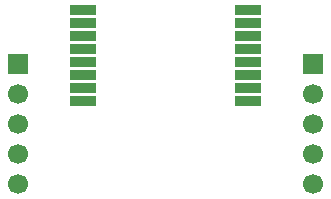
<source format=gbr>
G04 DipTrace 3.1.0.1*
G04 TopMask.gbr*
%MOIN*%
G04 #@! TF.FileFunction,Soldermask,Top*
G04 #@! TF.Part,Single*
%ADD37R,0.086614X0.035433*%
%ADD45C,0.066929*%
%ADD47R,0.066929X0.066929*%
%FSLAX26Y26*%
G04*
G70*
G90*
G75*
G01*
G04 TopMask*
%LPD*%
D47*
X1437008Y991339D3*
D45*
Y891339D3*
Y791339D3*
Y691339D3*
Y591339D3*
D47*
X452756Y991339D3*
D45*
Y891339D3*
Y791339D3*
Y691339D3*
Y591339D3*
D37*
X1220472Y868504D3*
Y911811D3*
Y955118D3*
Y998425D3*
Y1041732D3*
Y1085039D3*
Y1128346D3*
Y1171654D3*
X669291Y868504D3*
Y911811D3*
Y955118D3*
Y998425D3*
Y1041732D3*
Y1085039D3*
Y1128346D3*
Y1171654D3*
M02*

</source>
